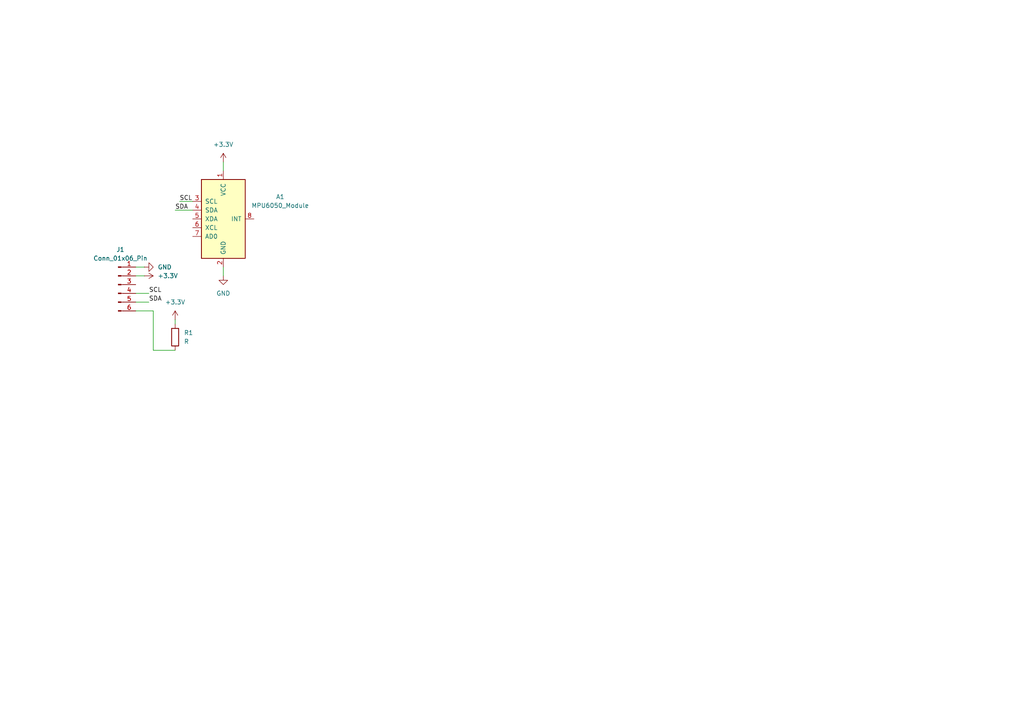
<source format=kicad_sch>
(kicad_sch (version 20250114) (generator "eeschema") (generator_version "9.0")
  (paper "A4")
  (lib_symbols
    (symbol "Charleslabs_Parts:MPU6050_Module" (pin_names (offset 1.016))
      (property "Reference" "A" (at -5.08 12.7 0))
      (property "Value" "MPU6050_Module" (at 8.89 12.7 0))
      (symbol "MPU6050_Module_0_1"
        (rectangle (start -6.35 11.43) (end 6.35 -11.43) (stroke (width 0.254)) (fill (type background)))
      )
      (symbol "MPU6050_Module_1_1"
        (pin input line (at -8.89 5.08 0) (length 2.54) (name "SCL") (number "3"))
        (pin input line (at -8.89 2.54 0) (length 2.54) (name "SDA") (number "4"))
        (pin input line (at -8.89 0 0) (length 2.54) (name "XDA") (number "5"))
        (pin input line (at -8.89 -2.54 0) (length 2.54) (name "XCL") (number "6"))
        (pin input line (at -8.89 -5.08 0) (length 2.54) (name "AD0") (number "7"))
        (pin power_in line (at 0 13.97 270) (length 2.54) (name "VCC") (number "1"))
        (pin power_in line (at 0 -13.97 90) (length 2.54) (name "GND") (number "2"))
        (pin output line (at 8.89 0 180) (length 2.54) (name "INT") (number "8"))
      )
    )
    (symbol "Connector:Conn_01x06_Pin" (pin_names (offset 1.016) (hide yes))
      (property "Reference" "J" (at 0 7.62 0))
      (property "Value" "Conn_01x06_Pin" (at 0 -10.16 0))
      (symbol "Conn_01x06_Pin_1_1"
        (rectangle (start 0.8636 5.207) (end 0 4.953) (stroke (width 0.1524)) (fill (type outline)))
        (rectangle (start 0.8636 2.667) (end 0 2.413) (stroke (width 0.1524)) (fill (type outline)))
        (rectangle (start 0.8636 0.127) (end 0 -0.127) (stroke (width 0.1524)) (fill (type outline)))
        (rectangle (start 0.8636 -2.413) (end 0 -2.667) (stroke (width 0.1524)) (fill (type outline)))
        (rectangle (start 0.8636 -4.953) (end 0 -5.207) (stroke (width 0.1524)) (fill (type outline)))
        (rectangle (start 0.8636 -7.493) (end 0 -7.747) (stroke (width 0.1524)) (fill (type outline)))
        (polyline (pts (xy 1.27 5.08) (xy 0.8636 5.08)) (stroke (width 0.1524)))
        (polyline (pts (xy 1.27 2.54) (xy 0.8636 2.54)) (stroke (width 0.1524)))
        (polyline (pts (xy 1.27 0) (xy 0.8636 0)) (stroke (width 0.1524)))
        (polyline (pts (xy 1.27 -2.54) (xy 0.8636 -2.54)) (stroke (width 0.1524)))
        (polyline (pts (xy 1.27 -5.08) (xy 0.8636 -5.08)) (stroke (width 0.1524)))
        (polyline (pts (xy 1.27 -7.62) (xy 0.8636 -7.62)) (stroke (width 0.1524)))
        (pin passive line (at 5.08 5.08 180) (length 3.81) (name "Pin_1") (number "1"))
        (pin passive line (at 5.08 2.54 180) (length 3.81) (name "Pin_2") (number "2"))
        (pin passive line (at 5.08 0 180) (length 3.81) (name "Pin_3") (number "3"))
        (pin passive line (at 5.08 -2.54 180) (length 3.81) (name "Pin_4") (number "4"))
        (pin passive line (at 5.08 -5.08 180) (length 3.81) (name "Pin_5") (number "5"))
        (pin passive line (at 5.08 -7.62 180) (length 3.81) (name "Pin_6") (number "6"))
      )
    )
    (symbol "Device:R" (pin_numbers (hide yes)) (pin_names (offset 0))
      (property "Reference" "R" (at 2.032 0 90))
      (property "Value" "R" (at 0 0 90))
      (symbol "R_0_1"
        (rectangle (start -1.016 -2.54) (end 1.016 2.54) (stroke (width 0.254)))
      )
      (symbol "R_1_1"
        (pin passive line (at 0 3.81 270) (length 1.27) (name "~") (number "1"))
        (pin passive line (at 0 -3.81 90) (length 1.27) (name "~") (number "2"))
      )
    )
    (symbol "power:+3.3V" (power) (pin_numbers (hide yes)) (pin_names (offset 0) (hide yes))
      (property "Value" "+3.3V" (at 0 3.556 0))
      (symbol "+3.3V_0_1"
        (polyline (pts (xy -0.762 1.27) (xy 0 2.54)))
        (polyline (pts (xy 0 2.54) (xy 0.762 1.27)))
        (polyline (pts (xy 0 0) (xy 0 2.54)))
      )
      (symbol "+3.3V_1_1"
        (pin power_in line (at 0 0 90) (length 0) (name "~") (number "1"))
      )
    )
    (symbol "power:GND" (power) (pin_numbers (hide yes)) (pin_names (offset 0) (hide yes))
      (property "Value" "GND" (at 0 -3.81 0))
      (symbol "GND_0_1"
        (polyline (pts (xy 0 0) (xy 0 -1.27) (xy 1.27 -1.27) (xy 0 -2.54) (xy -1.27 -1.27) (xy 0 -1.27)))
      )
      (symbol "GND_1_1"
        (pin power_in line (at 0 0 270) (length 0) (name "~") (number "1"))
      )
    )
  )
  (wire (pts (xy 64.77 77.47) (xy 64.77 80.01)))
  (wire (pts (xy 52.07 58.42) (xy 55.88 58.42)))
  (wire (pts (xy 50.8 101.6) (xy 44.45 101.6)))
  (wire (pts (xy 50.8 60.96) (xy 55.88 60.96)))
  (wire (pts (xy 50.8 92.71) (xy 50.8 93.98)))
  (wire (pts (xy 39.37 87.63) (xy 43.18 87.63)))
  (wire (pts (xy 44.45 101.6) (xy 44.45 90.17)))
  (wire (pts (xy 44.45 90.17) (xy 39.37 90.17)))
  (wire (pts (xy 39.37 80.01) (xy 41.91 80.01)))
  (wire (pts (xy 39.37 77.47) (xy 41.91 77.47)))
  (wire (pts (xy 64.77 46.99) (xy 64.77 49.53)))
  (wire (pts (xy 39.37 85.09) (xy 43.18 85.09)))
  (label "SCL" (at 43.18 85.09 0))
  (label "SDA" (at 43.18 87.63 0))
  (label "SCL" (at 52.07 58.42 0))
  (label "SDA" (at 50.8 60.96 0))
  (symbol (lib_id "power:GND") (at 64.77 80.01 0) (unit 1)
    (property "Reference" "#PWR03" (effects (hide yes)))
    (property "Value" "GND" (at 64.77 85.09 0))
    (property "Description" "Power symbol creates a global label with name \"GND\" , ground" (effects (hide yes)))
  )
  (symbol (lib_id "Device:R") (at 50.8 97.79 0) (unit 1)
    (property "Reference" "R1" (at 53.34 96.5199 0) (effects (justify left)))
    (property "Value" "R" (at 53.34 99.0599 0) (effects (justify left)))
    (property "Description" "Resistor" (effects (hide yes)))
  )
  (symbol (lib_id "power:GND") (at 41.91 77.47 90) (unit 1)
    (property "Reference" "#PWR01" (effects (hide yes)))
    (property "Value" "GND" (at 45.72 77.4699 90) (effects (justify right)))
    (property "Description" "Power symbol creates a global label with name \"GND\" , ground" (effects (hide yes)))
  )
  (symbol (lib_id "power:+3.3V") (at 41.91 80.01 270) (unit 1)
    (property "Reference" "#PWR02" (effects (hide yes)))
    (property "Value" "+3.3V" (at 45.72 80.0099 90) (effects (justify left)))
    (property "Description" "Power symbol creates a global label with name \"+3.3V\"" (effects (hide yes)))
  )
  (symbol (lib_id "Charleslabs_Parts:MPU6050_Module") (at 64.77 63.5 0) (unit 1)
    (property "Reference" "A1" (at 81.28 57.0798 0))
    (property "Value" "MPU6050_Module" (at 81.28 59.6198 0))
    (property "Footprint" "Charleslabs_Parts:MPU6050_Module" (effects (hide yes)))
  )
  (symbol (lib_id "power:+3.3V") (at 64.77 46.99 0) (unit 1)
    (property "Reference" "#PWR04" (effects (hide yes)))
    (property "Value" "+3.3V" (at 64.77 41.91 0))
    (property "Description" "Power symbol creates a global label with name \"+3.3V\"" (effects (hide yes)))
  )
  (symbol (lib_id "power:+3.3V") (at 50.8 92.71 0) (unit 1)
    (property "Reference" "#PWR05" (effects (hide yes)))
    (property "Value" "+3.3V" (at 50.8 87.63 0))
    (property "Description" "Power symbol creates a global label with name \"+3.3V\"" (effects (hide yes)))
  )
  (symbol (lib_id "Connector:Conn_01x06_Pin") (at 34.29 82.55 0) (unit 1)
    (property "Reference" "J1" (at 34.925 72.39 0))
    (property "Value" "Conn_01x06_Pin" (at 34.925 74.93 0))
    (property "Description" "Generic connector, single row, 01x06, script generated" (effects (hide yes)))
  )
)
</source>
